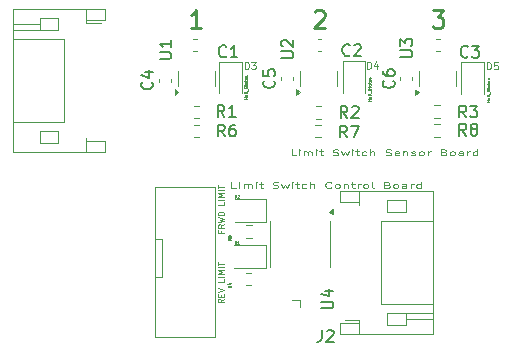
<source format=gbr>
%TF.GenerationSoftware,KiCad,Pcbnew,8.0.3*%
%TF.CreationDate,2025-09-30T21:19:19-04:00*%
%TF.ProjectId,NewHallSensorsLimitSwitches,4e657748-616c-46c5-9365-6e736f72734c,rev?*%
%TF.SameCoordinates,Original*%
%TF.FileFunction,Legend,Top*%
%TF.FilePolarity,Positive*%
%FSLAX46Y46*%
G04 Gerber Fmt 4.6, Leading zero omitted, Abs format (unit mm)*
G04 Created by KiCad (PCBNEW 8.0.3) date 2025-09-30 21:19:19*
%MOMM*%
%LPD*%
G01*
G04 APERTURE LIST*
%ADD10C,0.125000*%
%ADD11C,0.062500*%
%ADD12C,0.250000*%
%ADD13C,0.150000*%
%ADD14C,0.100000*%
%ADD15C,0.120000*%
G04 APERTURE END LIST*
D10*
X163654284Y-116324809D02*
X163273332Y-116324809D01*
X163273332Y-116324809D02*
X163273332Y-115824809D01*
X163920951Y-116324809D02*
X163920951Y-115991476D01*
X163920951Y-115824809D02*
X163882855Y-115848619D01*
X163882855Y-115848619D02*
X163920951Y-115872428D01*
X163920951Y-115872428D02*
X163959046Y-115848619D01*
X163959046Y-115848619D02*
X163920951Y-115824809D01*
X163920951Y-115824809D02*
X163920951Y-115872428D01*
X164301903Y-116324809D02*
X164301903Y-115991476D01*
X164301903Y-116039095D02*
X164339998Y-116015285D01*
X164339998Y-116015285D02*
X164416188Y-115991476D01*
X164416188Y-115991476D02*
X164530474Y-115991476D01*
X164530474Y-115991476D02*
X164606665Y-116015285D01*
X164606665Y-116015285D02*
X164644760Y-116062904D01*
X164644760Y-116062904D02*
X164644760Y-116324809D01*
X164644760Y-116062904D02*
X164682855Y-116015285D01*
X164682855Y-116015285D02*
X164759046Y-115991476D01*
X164759046Y-115991476D02*
X164873331Y-115991476D01*
X164873331Y-115991476D02*
X164949522Y-116015285D01*
X164949522Y-116015285D02*
X164987617Y-116062904D01*
X164987617Y-116062904D02*
X164987617Y-116324809D01*
X165368570Y-116324809D02*
X165368570Y-115991476D01*
X165368570Y-115824809D02*
X165330474Y-115848619D01*
X165330474Y-115848619D02*
X165368570Y-115872428D01*
X165368570Y-115872428D02*
X165406665Y-115848619D01*
X165406665Y-115848619D02*
X165368570Y-115824809D01*
X165368570Y-115824809D02*
X165368570Y-115872428D01*
X165635236Y-115991476D02*
X165939998Y-115991476D01*
X165749522Y-115824809D02*
X165749522Y-116253380D01*
X165749522Y-116253380D02*
X165787617Y-116301000D01*
X165787617Y-116301000D02*
X165863807Y-116324809D01*
X165863807Y-116324809D02*
X165939998Y-116324809D01*
X166778093Y-116301000D02*
X166892379Y-116324809D01*
X166892379Y-116324809D02*
X167082855Y-116324809D01*
X167082855Y-116324809D02*
X167159046Y-116301000D01*
X167159046Y-116301000D02*
X167197141Y-116277190D01*
X167197141Y-116277190D02*
X167235236Y-116229571D01*
X167235236Y-116229571D02*
X167235236Y-116181952D01*
X167235236Y-116181952D02*
X167197141Y-116134333D01*
X167197141Y-116134333D02*
X167159046Y-116110523D01*
X167159046Y-116110523D02*
X167082855Y-116086714D01*
X167082855Y-116086714D02*
X166930474Y-116062904D01*
X166930474Y-116062904D02*
X166854284Y-116039095D01*
X166854284Y-116039095D02*
X166816189Y-116015285D01*
X166816189Y-116015285D02*
X166778093Y-115967666D01*
X166778093Y-115967666D02*
X166778093Y-115920047D01*
X166778093Y-115920047D02*
X166816189Y-115872428D01*
X166816189Y-115872428D02*
X166854284Y-115848619D01*
X166854284Y-115848619D02*
X166930474Y-115824809D01*
X166930474Y-115824809D02*
X167120951Y-115824809D01*
X167120951Y-115824809D02*
X167235236Y-115848619D01*
X167501903Y-115991476D02*
X167654284Y-116324809D01*
X167654284Y-116324809D02*
X167806665Y-116086714D01*
X167806665Y-116086714D02*
X167959046Y-116324809D01*
X167959046Y-116324809D02*
X168111427Y-115991476D01*
X168416189Y-116324809D02*
X168416189Y-115991476D01*
X168416189Y-115824809D02*
X168378093Y-115848619D01*
X168378093Y-115848619D02*
X168416189Y-115872428D01*
X168416189Y-115872428D02*
X168454284Y-115848619D01*
X168454284Y-115848619D02*
X168416189Y-115824809D01*
X168416189Y-115824809D02*
X168416189Y-115872428D01*
X168682855Y-115991476D02*
X168987617Y-115991476D01*
X168797141Y-115824809D02*
X168797141Y-116253380D01*
X168797141Y-116253380D02*
X168835236Y-116301000D01*
X168835236Y-116301000D02*
X168911426Y-116324809D01*
X168911426Y-116324809D02*
X168987617Y-116324809D01*
X169597141Y-116301000D02*
X169520950Y-116324809D01*
X169520950Y-116324809D02*
X169368569Y-116324809D01*
X169368569Y-116324809D02*
X169292379Y-116301000D01*
X169292379Y-116301000D02*
X169254284Y-116277190D01*
X169254284Y-116277190D02*
X169216188Y-116229571D01*
X169216188Y-116229571D02*
X169216188Y-116086714D01*
X169216188Y-116086714D02*
X169254284Y-116039095D01*
X169254284Y-116039095D02*
X169292379Y-116015285D01*
X169292379Y-116015285D02*
X169368569Y-115991476D01*
X169368569Y-115991476D02*
X169520950Y-115991476D01*
X169520950Y-115991476D02*
X169597141Y-116015285D01*
X169939998Y-116324809D02*
X169939998Y-115824809D01*
X170282855Y-116324809D02*
X170282855Y-116062904D01*
X170282855Y-116062904D02*
X170244760Y-116015285D01*
X170244760Y-116015285D02*
X170168569Y-115991476D01*
X170168569Y-115991476D02*
X170054283Y-115991476D01*
X170054283Y-115991476D02*
X169978093Y-116015285D01*
X169978093Y-116015285D02*
X169939998Y-116039095D01*
X171235236Y-116301000D02*
X171349522Y-116324809D01*
X171349522Y-116324809D02*
X171539998Y-116324809D01*
X171539998Y-116324809D02*
X171616189Y-116301000D01*
X171616189Y-116301000D02*
X171654284Y-116277190D01*
X171654284Y-116277190D02*
X171692379Y-116229571D01*
X171692379Y-116229571D02*
X171692379Y-116181952D01*
X171692379Y-116181952D02*
X171654284Y-116134333D01*
X171654284Y-116134333D02*
X171616189Y-116110523D01*
X171616189Y-116110523D02*
X171539998Y-116086714D01*
X171539998Y-116086714D02*
X171387617Y-116062904D01*
X171387617Y-116062904D02*
X171311427Y-116039095D01*
X171311427Y-116039095D02*
X171273332Y-116015285D01*
X171273332Y-116015285D02*
X171235236Y-115967666D01*
X171235236Y-115967666D02*
X171235236Y-115920047D01*
X171235236Y-115920047D02*
X171273332Y-115872428D01*
X171273332Y-115872428D02*
X171311427Y-115848619D01*
X171311427Y-115848619D02*
X171387617Y-115824809D01*
X171387617Y-115824809D02*
X171578094Y-115824809D01*
X171578094Y-115824809D02*
X171692379Y-115848619D01*
X172339999Y-116301000D02*
X172263808Y-116324809D01*
X172263808Y-116324809D02*
X172111427Y-116324809D01*
X172111427Y-116324809D02*
X172035237Y-116301000D01*
X172035237Y-116301000D02*
X171997141Y-116253380D01*
X171997141Y-116253380D02*
X171997141Y-116062904D01*
X171997141Y-116062904D02*
X172035237Y-116015285D01*
X172035237Y-116015285D02*
X172111427Y-115991476D01*
X172111427Y-115991476D02*
X172263808Y-115991476D01*
X172263808Y-115991476D02*
X172339999Y-116015285D01*
X172339999Y-116015285D02*
X172378094Y-116062904D01*
X172378094Y-116062904D02*
X172378094Y-116110523D01*
X172378094Y-116110523D02*
X171997141Y-116158142D01*
X172720951Y-115991476D02*
X172720951Y-116324809D01*
X172720951Y-116039095D02*
X172759046Y-116015285D01*
X172759046Y-116015285D02*
X172835236Y-115991476D01*
X172835236Y-115991476D02*
X172949522Y-115991476D01*
X172949522Y-115991476D02*
X173025713Y-116015285D01*
X173025713Y-116015285D02*
X173063808Y-116062904D01*
X173063808Y-116062904D02*
X173063808Y-116324809D01*
X173406665Y-116301000D02*
X173482856Y-116324809D01*
X173482856Y-116324809D02*
X173635237Y-116324809D01*
X173635237Y-116324809D02*
X173711427Y-116301000D01*
X173711427Y-116301000D02*
X173749523Y-116253380D01*
X173749523Y-116253380D02*
X173749523Y-116229571D01*
X173749523Y-116229571D02*
X173711427Y-116181952D01*
X173711427Y-116181952D02*
X173635237Y-116158142D01*
X173635237Y-116158142D02*
X173520951Y-116158142D01*
X173520951Y-116158142D02*
X173444761Y-116134333D01*
X173444761Y-116134333D02*
X173406665Y-116086714D01*
X173406665Y-116086714D02*
X173406665Y-116062904D01*
X173406665Y-116062904D02*
X173444761Y-116015285D01*
X173444761Y-116015285D02*
X173520951Y-115991476D01*
X173520951Y-115991476D02*
X173635237Y-115991476D01*
X173635237Y-115991476D02*
X173711427Y-116015285D01*
X174206665Y-116324809D02*
X174130475Y-116301000D01*
X174130475Y-116301000D02*
X174092380Y-116277190D01*
X174092380Y-116277190D02*
X174054284Y-116229571D01*
X174054284Y-116229571D02*
X174054284Y-116086714D01*
X174054284Y-116086714D02*
X174092380Y-116039095D01*
X174092380Y-116039095D02*
X174130475Y-116015285D01*
X174130475Y-116015285D02*
X174206665Y-115991476D01*
X174206665Y-115991476D02*
X174320951Y-115991476D01*
X174320951Y-115991476D02*
X174397142Y-116015285D01*
X174397142Y-116015285D02*
X174435237Y-116039095D01*
X174435237Y-116039095D02*
X174473332Y-116086714D01*
X174473332Y-116086714D02*
X174473332Y-116229571D01*
X174473332Y-116229571D02*
X174435237Y-116277190D01*
X174435237Y-116277190D02*
X174397142Y-116301000D01*
X174397142Y-116301000D02*
X174320951Y-116324809D01*
X174320951Y-116324809D02*
X174206665Y-116324809D01*
X174816190Y-116324809D02*
X174816190Y-115991476D01*
X174816190Y-116086714D02*
X174854285Y-116039095D01*
X174854285Y-116039095D02*
X174892380Y-116015285D01*
X174892380Y-116015285D02*
X174968571Y-115991476D01*
X174968571Y-115991476D02*
X175044761Y-115991476D01*
X176187618Y-116062904D02*
X176301904Y-116086714D01*
X176301904Y-116086714D02*
X176339999Y-116110523D01*
X176339999Y-116110523D02*
X176378095Y-116158142D01*
X176378095Y-116158142D02*
X176378095Y-116229571D01*
X176378095Y-116229571D02*
X176339999Y-116277190D01*
X176339999Y-116277190D02*
X176301904Y-116301000D01*
X176301904Y-116301000D02*
X176225714Y-116324809D01*
X176225714Y-116324809D02*
X175920952Y-116324809D01*
X175920952Y-116324809D02*
X175920952Y-115824809D01*
X175920952Y-115824809D02*
X176187618Y-115824809D01*
X176187618Y-115824809D02*
X176263809Y-115848619D01*
X176263809Y-115848619D02*
X176301904Y-115872428D01*
X176301904Y-115872428D02*
X176339999Y-115920047D01*
X176339999Y-115920047D02*
X176339999Y-115967666D01*
X176339999Y-115967666D02*
X176301904Y-116015285D01*
X176301904Y-116015285D02*
X176263809Y-116039095D01*
X176263809Y-116039095D02*
X176187618Y-116062904D01*
X176187618Y-116062904D02*
X175920952Y-116062904D01*
X176835237Y-116324809D02*
X176759047Y-116301000D01*
X176759047Y-116301000D02*
X176720952Y-116277190D01*
X176720952Y-116277190D02*
X176682856Y-116229571D01*
X176682856Y-116229571D02*
X176682856Y-116086714D01*
X176682856Y-116086714D02*
X176720952Y-116039095D01*
X176720952Y-116039095D02*
X176759047Y-116015285D01*
X176759047Y-116015285D02*
X176835237Y-115991476D01*
X176835237Y-115991476D02*
X176949523Y-115991476D01*
X176949523Y-115991476D02*
X177025714Y-116015285D01*
X177025714Y-116015285D02*
X177063809Y-116039095D01*
X177063809Y-116039095D02*
X177101904Y-116086714D01*
X177101904Y-116086714D02*
X177101904Y-116229571D01*
X177101904Y-116229571D02*
X177063809Y-116277190D01*
X177063809Y-116277190D02*
X177025714Y-116301000D01*
X177025714Y-116301000D02*
X176949523Y-116324809D01*
X176949523Y-116324809D02*
X176835237Y-116324809D01*
X177787619Y-116324809D02*
X177787619Y-116062904D01*
X177787619Y-116062904D02*
X177749524Y-116015285D01*
X177749524Y-116015285D02*
X177673333Y-115991476D01*
X177673333Y-115991476D02*
X177520952Y-115991476D01*
X177520952Y-115991476D02*
X177444762Y-116015285D01*
X177787619Y-116301000D02*
X177711428Y-116324809D01*
X177711428Y-116324809D02*
X177520952Y-116324809D01*
X177520952Y-116324809D02*
X177444762Y-116301000D01*
X177444762Y-116301000D02*
X177406666Y-116253380D01*
X177406666Y-116253380D02*
X177406666Y-116205761D01*
X177406666Y-116205761D02*
X177444762Y-116158142D01*
X177444762Y-116158142D02*
X177520952Y-116134333D01*
X177520952Y-116134333D02*
X177711428Y-116134333D01*
X177711428Y-116134333D02*
X177787619Y-116110523D01*
X178168572Y-116324809D02*
X178168572Y-115991476D01*
X178168572Y-116086714D02*
X178206667Y-116039095D01*
X178206667Y-116039095D02*
X178244762Y-116015285D01*
X178244762Y-116015285D02*
X178320953Y-115991476D01*
X178320953Y-115991476D02*
X178397143Y-115991476D01*
X179006667Y-116324809D02*
X179006667Y-115824809D01*
X179006667Y-116301000D02*
X178930476Y-116324809D01*
X178930476Y-116324809D02*
X178778095Y-116324809D01*
X178778095Y-116324809D02*
X178701905Y-116301000D01*
X178701905Y-116301000D02*
X178663810Y-116277190D01*
X178663810Y-116277190D02*
X178625714Y-116229571D01*
X178625714Y-116229571D02*
X178625714Y-116086714D01*
X178625714Y-116086714D02*
X178663810Y-116039095D01*
X178663810Y-116039095D02*
X178701905Y-116015285D01*
X178701905Y-116015285D02*
X178778095Y-115991476D01*
X178778095Y-115991476D02*
X178930476Y-115991476D01*
X178930476Y-115991476D02*
X179006667Y-116015285D01*
X157287904Y-122736903D02*
X157287904Y-122903570D01*
X157549809Y-122903570D02*
X157049809Y-122903570D01*
X157049809Y-122903570D02*
X157049809Y-122665475D01*
X157549809Y-122189285D02*
X157311714Y-122355951D01*
X157549809Y-122474999D02*
X157049809Y-122474999D01*
X157049809Y-122474999D02*
X157049809Y-122284523D01*
X157049809Y-122284523D02*
X157073619Y-122236904D01*
X157073619Y-122236904D02*
X157097428Y-122213094D01*
X157097428Y-122213094D02*
X157145047Y-122189285D01*
X157145047Y-122189285D02*
X157216476Y-122189285D01*
X157216476Y-122189285D02*
X157264095Y-122213094D01*
X157264095Y-122213094D02*
X157287904Y-122236904D01*
X157287904Y-122236904D02*
X157311714Y-122284523D01*
X157311714Y-122284523D02*
X157311714Y-122474999D01*
X157049809Y-122022618D02*
X157549809Y-121903570D01*
X157549809Y-121903570D02*
X157192666Y-121808332D01*
X157192666Y-121808332D02*
X157549809Y-121713094D01*
X157549809Y-121713094D02*
X157049809Y-121594047D01*
X157549809Y-121403570D02*
X157049809Y-121403570D01*
X157049809Y-121403570D02*
X157049809Y-121284522D01*
X157049809Y-121284522D02*
X157073619Y-121213094D01*
X157073619Y-121213094D02*
X157121238Y-121165475D01*
X157121238Y-121165475D02*
X157168857Y-121141665D01*
X157168857Y-121141665D02*
X157264095Y-121117856D01*
X157264095Y-121117856D02*
X157335523Y-121117856D01*
X157335523Y-121117856D02*
X157430761Y-121141665D01*
X157430761Y-121141665D02*
X157478380Y-121165475D01*
X157478380Y-121165475D02*
X157526000Y-121213094D01*
X157526000Y-121213094D02*
X157549809Y-121284522D01*
X157549809Y-121284522D02*
X157549809Y-121403570D01*
X157549809Y-120284523D02*
X157549809Y-120522618D01*
X157549809Y-120522618D02*
X157049809Y-120522618D01*
X157549809Y-120117856D02*
X157049809Y-120117856D01*
X157549809Y-119879761D02*
X157049809Y-119879761D01*
X157049809Y-119879761D02*
X157406952Y-119713094D01*
X157406952Y-119713094D02*
X157049809Y-119546428D01*
X157049809Y-119546428D02*
X157549809Y-119546428D01*
X157549809Y-119308332D02*
X157049809Y-119308332D01*
X157049809Y-119141665D02*
X157049809Y-118855951D01*
X157549809Y-118998808D02*
X157049809Y-118998808D01*
D11*
X159522404Y-111579998D02*
X159272404Y-111579998D01*
X159391452Y-111579998D02*
X159391452Y-111437141D01*
X159522404Y-111437141D02*
X159272404Y-111437141D01*
X159522404Y-111210950D02*
X159391452Y-111210950D01*
X159391452Y-111210950D02*
X159367642Y-111222855D01*
X159367642Y-111222855D02*
X159355738Y-111246664D01*
X159355738Y-111246664D02*
X159355738Y-111294283D01*
X159355738Y-111294283D02*
X159367642Y-111318093D01*
X159510500Y-111210950D02*
X159522404Y-111234759D01*
X159522404Y-111234759D02*
X159522404Y-111294283D01*
X159522404Y-111294283D02*
X159510500Y-111318093D01*
X159510500Y-111318093D02*
X159486690Y-111329997D01*
X159486690Y-111329997D02*
X159462880Y-111329997D01*
X159462880Y-111329997D02*
X159439071Y-111318093D01*
X159439071Y-111318093D02*
X159427166Y-111294283D01*
X159427166Y-111294283D02*
X159427166Y-111234759D01*
X159427166Y-111234759D02*
X159415261Y-111210950D01*
X159522404Y-111056188D02*
X159510500Y-111079998D01*
X159510500Y-111079998D02*
X159486690Y-111091903D01*
X159486690Y-111091903D02*
X159272404Y-111091903D01*
X159522404Y-110925236D02*
X159510500Y-110949046D01*
X159510500Y-110949046D02*
X159486690Y-110960951D01*
X159486690Y-110960951D02*
X159272404Y-110960951D01*
X159546214Y-110889523D02*
X159546214Y-110699046D01*
X159510500Y-110651427D02*
X159522404Y-110615713D01*
X159522404Y-110615713D02*
X159522404Y-110556189D01*
X159522404Y-110556189D02*
X159510500Y-110532380D01*
X159510500Y-110532380D02*
X159498595Y-110520475D01*
X159498595Y-110520475D02*
X159474785Y-110508570D01*
X159474785Y-110508570D02*
X159450976Y-110508570D01*
X159450976Y-110508570D02*
X159427166Y-110520475D01*
X159427166Y-110520475D02*
X159415261Y-110532380D01*
X159415261Y-110532380D02*
X159403357Y-110556189D01*
X159403357Y-110556189D02*
X159391452Y-110603808D01*
X159391452Y-110603808D02*
X159379547Y-110627618D01*
X159379547Y-110627618D02*
X159367642Y-110639523D01*
X159367642Y-110639523D02*
X159343833Y-110651427D01*
X159343833Y-110651427D02*
X159320023Y-110651427D01*
X159320023Y-110651427D02*
X159296214Y-110639523D01*
X159296214Y-110639523D02*
X159284309Y-110627618D01*
X159284309Y-110627618D02*
X159272404Y-110603808D01*
X159272404Y-110603808D02*
X159272404Y-110544285D01*
X159272404Y-110544285D02*
X159284309Y-110508570D01*
X159355738Y-110437142D02*
X159355738Y-110341904D01*
X159272404Y-110401428D02*
X159486690Y-110401428D01*
X159486690Y-110401428D02*
X159510500Y-110389523D01*
X159510500Y-110389523D02*
X159522404Y-110365713D01*
X159522404Y-110365713D02*
X159522404Y-110341904D01*
X159522404Y-110151428D02*
X159391452Y-110151428D01*
X159391452Y-110151428D02*
X159367642Y-110163333D01*
X159367642Y-110163333D02*
X159355738Y-110187142D01*
X159355738Y-110187142D02*
X159355738Y-110234761D01*
X159355738Y-110234761D02*
X159367642Y-110258571D01*
X159510500Y-110151428D02*
X159522404Y-110175237D01*
X159522404Y-110175237D02*
X159522404Y-110234761D01*
X159522404Y-110234761D02*
X159510500Y-110258571D01*
X159510500Y-110258571D02*
X159486690Y-110270475D01*
X159486690Y-110270475D02*
X159462880Y-110270475D01*
X159462880Y-110270475D02*
X159439071Y-110258571D01*
X159439071Y-110258571D02*
X159427166Y-110234761D01*
X159427166Y-110234761D02*
X159427166Y-110175237D01*
X159427166Y-110175237D02*
X159415261Y-110151428D01*
X159355738Y-110068095D02*
X159355738Y-109972857D01*
X159272404Y-110032381D02*
X159486690Y-110032381D01*
X159486690Y-110032381D02*
X159510500Y-110020476D01*
X159510500Y-110020476D02*
X159522404Y-109996666D01*
X159522404Y-109996666D02*
X159522404Y-109972857D01*
X159355738Y-109782381D02*
X159522404Y-109782381D01*
X159355738Y-109889524D02*
X159486690Y-109889524D01*
X159486690Y-109889524D02*
X159510500Y-109877619D01*
X159510500Y-109877619D02*
X159522404Y-109853809D01*
X159522404Y-109853809D02*
X159522404Y-109818095D01*
X159522404Y-109818095D02*
X159510500Y-109794286D01*
X159510500Y-109794286D02*
X159498595Y-109782381D01*
X159510500Y-109675238D02*
X159522404Y-109651429D01*
X159522404Y-109651429D02*
X159522404Y-109603810D01*
X159522404Y-109603810D02*
X159510500Y-109580000D01*
X159510500Y-109580000D02*
X159486690Y-109568096D01*
X159486690Y-109568096D02*
X159474785Y-109568096D01*
X159474785Y-109568096D02*
X159450976Y-109580000D01*
X159450976Y-109580000D02*
X159439071Y-109603810D01*
X159439071Y-109603810D02*
X159439071Y-109639524D01*
X159439071Y-109639524D02*
X159427166Y-109663334D01*
X159427166Y-109663334D02*
X159403357Y-109675238D01*
X159403357Y-109675238D02*
X159391452Y-109675238D01*
X159391452Y-109675238D02*
X159367642Y-109663334D01*
X159367642Y-109663334D02*
X159355738Y-109639524D01*
X159355738Y-109639524D02*
X159355738Y-109603810D01*
X159355738Y-109603810D02*
X159367642Y-109580000D01*
D12*
X175210000Y-104070928D02*
X176138572Y-104070928D01*
X176138572Y-104070928D02*
X175638572Y-104642357D01*
X175638572Y-104642357D02*
X175852857Y-104642357D01*
X175852857Y-104642357D02*
X175995715Y-104713785D01*
X175995715Y-104713785D02*
X176067143Y-104785214D01*
X176067143Y-104785214D02*
X176138572Y-104928071D01*
X176138572Y-104928071D02*
X176138572Y-105285214D01*
X176138572Y-105285214D02*
X176067143Y-105428071D01*
X176067143Y-105428071D02*
X175995715Y-105499500D01*
X175995715Y-105499500D02*
X175852857Y-105570928D01*
X175852857Y-105570928D02*
X175424286Y-105570928D01*
X175424286Y-105570928D02*
X175281429Y-105499500D01*
X175281429Y-105499500D02*
X175210000Y-105428071D01*
X155608572Y-105550928D02*
X154751429Y-105550928D01*
X155180000Y-105550928D02*
X155180000Y-104050928D01*
X155180000Y-104050928D02*
X155037143Y-104265214D01*
X155037143Y-104265214D02*
X154894286Y-104408071D01*
X154894286Y-104408071D02*
X154751429Y-104479500D01*
X165221429Y-104203785D02*
X165292857Y-104132357D01*
X165292857Y-104132357D02*
X165435715Y-104060928D01*
X165435715Y-104060928D02*
X165792857Y-104060928D01*
X165792857Y-104060928D02*
X165935715Y-104132357D01*
X165935715Y-104132357D02*
X166007143Y-104203785D01*
X166007143Y-104203785D02*
X166078572Y-104346642D01*
X166078572Y-104346642D02*
X166078572Y-104489500D01*
X166078572Y-104489500D02*
X166007143Y-104703785D01*
X166007143Y-104703785D02*
X165150000Y-105560928D01*
X165150000Y-105560928D02*
X166078572Y-105560928D01*
D10*
X158560653Y-119101059D02*
X158179701Y-119101059D01*
X158179701Y-119101059D02*
X158179701Y-118601059D01*
X158827320Y-119101059D02*
X158827320Y-118767726D01*
X158827320Y-118601059D02*
X158789224Y-118624869D01*
X158789224Y-118624869D02*
X158827320Y-118648678D01*
X158827320Y-118648678D02*
X158865415Y-118624869D01*
X158865415Y-118624869D02*
X158827320Y-118601059D01*
X158827320Y-118601059D02*
X158827320Y-118648678D01*
X159208272Y-119101059D02*
X159208272Y-118767726D01*
X159208272Y-118815345D02*
X159246367Y-118791535D01*
X159246367Y-118791535D02*
X159322557Y-118767726D01*
X159322557Y-118767726D02*
X159436843Y-118767726D01*
X159436843Y-118767726D02*
X159513034Y-118791535D01*
X159513034Y-118791535D02*
X159551129Y-118839154D01*
X159551129Y-118839154D02*
X159551129Y-119101059D01*
X159551129Y-118839154D02*
X159589224Y-118791535D01*
X159589224Y-118791535D02*
X159665415Y-118767726D01*
X159665415Y-118767726D02*
X159779700Y-118767726D01*
X159779700Y-118767726D02*
X159855891Y-118791535D01*
X159855891Y-118791535D02*
X159893986Y-118839154D01*
X159893986Y-118839154D02*
X159893986Y-119101059D01*
X160274939Y-119101059D02*
X160274939Y-118767726D01*
X160274939Y-118601059D02*
X160236843Y-118624869D01*
X160236843Y-118624869D02*
X160274939Y-118648678D01*
X160274939Y-118648678D02*
X160313034Y-118624869D01*
X160313034Y-118624869D02*
X160274939Y-118601059D01*
X160274939Y-118601059D02*
X160274939Y-118648678D01*
X160541605Y-118767726D02*
X160846367Y-118767726D01*
X160655891Y-118601059D02*
X160655891Y-119029630D01*
X160655891Y-119029630D02*
X160693986Y-119077250D01*
X160693986Y-119077250D02*
X160770176Y-119101059D01*
X160770176Y-119101059D02*
X160846367Y-119101059D01*
X161684462Y-119077250D02*
X161798748Y-119101059D01*
X161798748Y-119101059D02*
X161989224Y-119101059D01*
X161989224Y-119101059D02*
X162065415Y-119077250D01*
X162065415Y-119077250D02*
X162103510Y-119053440D01*
X162103510Y-119053440D02*
X162141605Y-119005821D01*
X162141605Y-119005821D02*
X162141605Y-118958202D01*
X162141605Y-118958202D02*
X162103510Y-118910583D01*
X162103510Y-118910583D02*
X162065415Y-118886773D01*
X162065415Y-118886773D02*
X161989224Y-118862964D01*
X161989224Y-118862964D02*
X161836843Y-118839154D01*
X161836843Y-118839154D02*
X161760653Y-118815345D01*
X161760653Y-118815345D02*
X161722558Y-118791535D01*
X161722558Y-118791535D02*
X161684462Y-118743916D01*
X161684462Y-118743916D02*
X161684462Y-118696297D01*
X161684462Y-118696297D02*
X161722558Y-118648678D01*
X161722558Y-118648678D02*
X161760653Y-118624869D01*
X161760653Y-118624869D02*
X161836843Y-118601059D01*
X161836843Y-118601059D02*
X162027320Y-118601059D01*
X162027320Y-118601059D02*
X162141605Y-118624869D01*
X162408272Y-118767726D02*
X162560653Y-119101059D01*
X162560653Y-119101059D02*
X162713034Y-118862964D01*
X162713034Y-118862964D02*
X162865415Y-119101059D01*
X162865415Y-119101059D02*
X163017796Y-118767726D01*
X163322558Y-119101059D02*
X163322558Y-118767726D01*
X163322558Y-118601059D02*
X163284462Y-118624869D01*
X163284462Y-118624869D02*
X163322558Y-118648678D01*
X163322558Y-118648678D02*
X163360653Y-118624869D01*
X163360653Y-118624869D02*
X163322558Y-118601059D01*
X163322558Y-118601059D02*
X163322558Y-118648678D01*
X163589224Y-118767726D02*
X163893986Y-118767726D01*
X163703510Y-118601059D02*
X163703510Y-119029630D01*
X163703510Y-119029630D02*
X163741605Y-119077250D01*
X163741605Y-119077250D02*
X163817795Y-119101059D01*
X163817795Y-119101059D02*
X163893986Y-119101059D01*
X164503510Y-119077250D02*
X164427319Y-119101059D01*
X164427319Y-119101059D02*
X164274938Y-119101059D01*
X164274938Y-119101059D02*
X164198748Y-119077250D01*
X164198748Y-119077250D02*
X164160653Y-119053440D01*
X164160653Y-119053440D02*
X164122557Y-119005821D01*
X164122557Y-119005821D02*
X164122557Y-118862964D01*
X164122557Y-118862964D02*
X164160653Y-118815345D01*
X164160653Y-118815345D02*
X164198748Y-118791535D01*
X164198748Y-118791535D02*
X164274938Y-118767726D01*
X164274938Y-118767726D02*
X164427319Y-118767726D01*
X164427319Y-118767726D02*
X164503510Y-118791535D01*
X164846367Y-119101059D02*
X164846367Y-118601059D01*
X165189224Y-119101059D02*
X165189224Y-118839154D01*
X165189224Y-118839154D02*
X165151129Y-118791535D01*
X165151129Y-118791535D02*
X165074938Y-118767726D01*
X165074938Y-118767726D02*
X164960652Y-118767726D01*
X164960652Y-118767726D02*
X164884462Y-118791535D01*
X164884462Y-118791535D02*
X164846367Y-118815345D01*
X166636844Y-119053440D02*
X166598748Y-119077250D01*
X166598748Y-119077250D02*
X166484463Y-119101059D01*
X166484463Y-119101059D02*
X166408272Y-119101059D01*
X166408272Y-119101059D02*
X166293986Y-119077250D01*
X166293986Y-119077250D02*
X166217796Y-119029630D01*
X166217796Y-119029630D02*
X166179701Y-118982011D01*
X166179701Y-118982011D02*
X166141605Y-118886773D01*
X166141605Y-118886773D02*
X166141605Y-118815345D01*
X166141605Y-118815345D02*
X166179701Y-118720107D01*
X166179701Y-118720107D02*
X166217796Y-118672488D01*
X166217796Y-118672488D02*
X166293986Y-118624869D01*
X166293986Y-118624869D02*
X166408272Y-118601059D01*
X166408272Y-118601059D02*
X166484463Y-118601059D01*
X166484463Y-118601059D02*
X166598748Y-118624869D01*
X166598748Y-118624869D02*
X166636844Y-118648678D01*
X167093986Y-119101059D02*
X167017796Y-119077250D01*
X167017796Y-119077250D02*
X166979701Y-119053440D01*
X166979701Y-119053440D02*
X166941605Y-119005821D01*
X166941605Y-119005821D02*
X166941605Y-118862964D01*
X166941605Y-118862964D02*
X166979701Y-118815345D01*
X166979701Y-118815345D02*
X167017796Y-118791535D01*
X167017796Y-118791535D02*
X167093986Y-118767726D01*
X167093986Y-118767726D02*
X167208272Y-118767726D01*
X167208272Y-118767726D02*
X167284463Y-118791535D01*
X167284463Y-118791535D02*
X167322558Y-118815345D01*
X167322558Y-118815345D02*
X167360653Y-118862964D01*
X167360653Y-118862964D02*
X167360653Y-119005821D01*
X167360653Y-119005821D02*
X167322558Y-119053440D01*
X167322558Y-119053440D02*
X167284463Y-119077250D01*
X167284463Y-119077250D02*
X167208272Y-119101059D01*
X167208272Y-119101059D02*
X167093986Y-119101059D01*
X167703511Y-118767726D02*
X167703511Y-119101059D01*
X167703511Y-118815345D02*
X167741606Y-118791535D01*
X167741606Y-118791535D02*
X167817796Y-118767726D01*
X167817796Y-118767726D02*
X167932082Y-118767726D01*
X167932082Y-118767726D02*
X168008273Y-118791535D01*
X168008273Y-118791535D02*
X168046368Y-118839154D01*
X168046368Y-118839154D02*
X168046368Y-119101059D01*
X168313035Y-118767726D02*
X168617797Y-118767726D01*
X168427321Y-118601059D02*
X168427321Y-119029630D01*
X168427321Y-119029630D02*
X168465416Y-119077250D01*
X168465416Y-119077250D02*
X168541606Y-119101059D01*
X168541606Y-119101059D02*
X168617797Y-119101059D01*
X168884464Y-119101059D02*
X168884464Y-118767726D01*
X168884464Y-118862964D02*
X168922559Y-118815345D01*
X168922559Y-118815345D02*
X168960654Y-118791535D01*
X168960654Y-118791535D02*
X169036845Y-118767726D01*
X169036845Y-118767726D02*
X169113035Y-118767726D01*
X169493987Y-119101059D02*
X169417797Y-119077250D01*
X169417797Y-119077250D02*
X169379702Y-119053440D01*
X169379702Y-119053440D02*
X169341606Y-119005821D01*
X169341606Y-119005821D02*
X169341606Y-118862964D01*
X169341606Y-118862964D02*
X169379702Y-118815345D01*
X169379702Y-118815345D02*
X169417797Y-118791535D01*
X169417797Y-118791535D02*
X169493987Y-118767726D01*
X169493987Y-118767726D02*
X169608273Y-118767726D01*
X169608273Y-118767726D02*
X169684464Y-118791535D01*
X169684464Y-118791535D02*
X169722559Y-118815345D01*
X169722559Y-118815345D02*
X169760654Y-118862964D01*
X169760654Y-118862964D02*
X169760654Y-119005821D01*
X169760654Y-119005821D02*
X169722559Y-119053440D01*
X169722559Y-119053440D02*
X169684464Y-119077250D01*
X169684464Y-119077250D02*
X169608273Y-119101059D01*
X169608273Y-119101059D02*
X169493987Y-119101059D01*
X170217797Y-119101059D02*
X170141607Y-119077250D01*
X170141607Y-119077250D02*
X170103512Y-119029630D01*
X170103512Y-119029630D02*
X170103512Y-118601059D01*
X171398750Y-118839154D02*
X171513036Y-118862964D01*
X171513036Y-118862964D02*
X171551131Y-118886773D01*
X171551131Y-118886773D02*
X171589227Y-118934392D01*
X171589227Y-118934392D02*
X171589227Y-119005821D01*
X171589227Y-119005821D02*
X171551131Y-119053440D01*
X171551131Y-119053440D02*
X171513036Y-119077250D01*
X171513036Y-119077250D02*
X171436846Y-119101059D01*
X171436846Y-119101059D02*
X171132084Y-119101059D01*
X171132084Y-119101059D02*
X171132084Y-118601059D01*
X171132084Y-118601059D02*
X171398750Y-118601059D01*
X171398750Y-118601059D02*
X171474941Y-118624869D01*
X171474941Y-118624869D02*
X171513036Y-118648678D01*
X171513036Y-118648678D02*
X171551131Y-118696297D01*
X171551131Y-118696297D02*
X171551131Y-118743916D01*
X171551131Y-118743916D02*
X171513036Y-118791535D01*
X171513036Y-118791535D02*
X171474941Y-118815345D01*
X171474941Y-118815345D02*
X171398750Y-118839154D01*
X171398750Y-118839154D02*
X171132084Y-118839154D01*
X172046369Y-119101059D02*
X171970179Y-119077250D01*
X171970179Y-119077250D02*
X171932084Y-119053440D01*
X171932084Y-119053440D02*
X171893988Y-119005821D01*
X171893988Y-119005821D02*
X171893988Y-118862964D01*
X171893988Y-118862964D02*
X171932084Y-118815345D01*
X171932084Y-118815345D02*
X171970179Y-118791535D01*
X171970179Y-118791535D02*
X172046369Y-118767726D01*
X172046369Y-118767726D02*
X172160655Y-118767726D01*
X172160655Y-118767726D02*
X172236846Y-118791535D01*
X172236846Y-118791535D02*
X172274941Y-118815345D01*
X172274941Y-118815345D02*
X172313036Y-118862964D01*
X172313036Y-118862964D02*
X172313036Y-119005821D01*
X172313036Y-119005821D02*
X172274941Y-119053440D01*
X172274941Y-119053440D02*
X172236846Y-119077250D01*
X172236846Y-119077250D02*
X172160655Y-119101059D01*
X172160655Y-119101059D02*
X172046369Y-119101059D01*
X172998751Y-119101059D02*
X172998751Y-118839154D01*
X172998751Y-118839154D02*
X172960656Y-118791535D01*
X172960656Y-118791535D02*
X172884465Y-118767726D01*
X172884465Y-118767726D02*
X172732084Y-118767726D01*
X172732084Y-118767726D02*
X172655894Y-118791535D01*
X172998751Y-119077250D02*
X172922560Y-119101059D01*
X172922560Y-119101059D02*
X172732084Y-119101059D01*
X172732084Y-119101059D02*
X172655894Y-119077250D01*
X172655894Y-119077250D02*
X172617798Y-119029630D01*
X172617798Y-119029630D02*
X172617798Y-118982011D01*
X172617798Y-118982011D02*
X172655894Y-118934392D01*
X172655894Y-118934392D02*
X172732084Y-118910583D01*
X172732084Y-118910583D02*
X172922560Y-118910583D01*
X172922560Y-118910583D02*
X172998751Y-118886773D01*
X173379704Y-119101059D02*
X173379704Y-118767726D01*
X173379704Y-118862964D02*
X173417799Y-118815345D01*
X173417799Y-118815345D02*
X173455894Y-118791535D01*
X173455894Y-118791535D02*
X173532085Y-118767726D01*
X173532085Y-118767726D02*
X173608275Y-118767726D01*
X174217799Y-119101059D02*
X174217799Y-118601059D01*
X174217799Y-119077250D02*
X174141608Y-119101059D01*
X174141608Y-119101059D02*
X173989227Y-119101059D01*
X173989227Y-119101059D02*
X173913037Y-119077250D01*
X173913037Y-119077250D02*
X173874942Y-119053440D01*
X173874942Y-119053440D02*
X173836846Y-119005821D01*
X173836846Y-119005821D02*
X173836846Y-118862964D01*
X173836846Y-118862964D02*
X173874942Y-118815345D01*
X173874942Y-118815345D02*
X173913037Y-118791535D01*
X173913037Y-118791535D02*
X173989227Y-118767726D01*
X173989227Y-118767726D02*
X174141608Y-118767726D01*
X174141608Y-118767726D02*
X174217799Y-118791535D01*
D11*
X169962404Y-111749998D02*
X169712404Y-111749998D01*
X169831452Y-111749998D02*
X169831452Y-111607141D01*
X169962404Y-111607141D02*
X169712404Y-111607141D01*
X169962404Y-111380950D02*
X169831452Y-111380950D01*
X169831452Y-111380950D02*
X169807642Y-111392855D01*
X169807642Y-111392855D02*
X169795738Y-111416664D01*
X169795738Y-111416664D02*
X169795738Y-111464283D01*
X169795738Y-111464283D02*
X169807642Y-111488093D01*
X169950500Y-111380950D02*
X169962404Y-111404759D01*
X169962404Y-111404759D02*
X169962404Y-111464283D01*
X169962404Y-111464283D02*
X169950500Y-111488093D01*
X169950500Y-111488093D02*
X169926690Y-111499997D01*
X169926690Y-111499997D02*
X169902880Y-111499997D01*
X169902880Y-111499997D02*
X169879071Y-111488093D01*
X169879071Y-111488093D02*
X169867166Y-111464283D01*
X169867166Y-111464283D02*
X169867166Y-111404759D01*
X169867166Y-111404759D02*
X169855261Y-111380950D01*
X169962404Y-111226188D02*
X169950500Y-111249998D01*
X169950500Y-111249998D02*
X169926690Y-111261903D01*
X169926690Y-111261903D02*
X169712404Y-111261903D01*
X169962404Y-111095236D02*
X169950500Y-111119046D01*
X169950500Y-111119046D02*
X169926690Y-111130951D01*
X169926690Y-111130951D02*
X169712404Y-111130951D01*
X169986214Y-111059523D02*
X169986214Y-110869046D01*
X169950500Y-110821427D02*
X169962404Y-110785713D01*
X169962404Y-110785713D02*
X169962404Y-110726189D01*
X169962404Y-110726189D02*
X169950500Y-110702380D01*
X169950500Y-110702380D02*
X169938595Y-110690475D01*
X169938595Y-110690475D02*
X169914785Y-110678570D01*
X169914785Y-110678570D02*
X169890976Y-110678570D01*
X169890976Y-110678570D02*
X169867166Y-110690475D01*
X169867166Y-110690475D02*
X169855261Y-110702380D01*
X169855261Y-110702380D02*
X169843357Y-110726189D01*
X169843357Y-110726189D02*
X169831452Y-110773808D01*
X169831452Y-110773808D02*
X169819547Y-110797618D01*
X169819547Y-110797618D02*
X169807642Y-110809523D01*
X169807642Y-110809523D02*
X169783833Y-110821427D01*
X169783833Y-110821427D02*
X169760023Y-110821427D01*
X169760023Y-110821427D02*
X169736214Y-110809523D01*
X169736214Y-110809523D02*
X169724309Y-110797618D01*
X169724309Y-110797618D02*
X169712404Y-110773808D01*
X169712404Y-110773808D02*
X169712404Y-110714285D01*
X169712404Y-110714285D02*
X169724309Y-110678570D01*
X169795738Y-110607142D02*
X169795738Y-110511904D01*
X169712404Y-110571428D02*
X169926690Y-110571428D01*
X169926690Y-110571428D02*
X169950500Y-110559523D01*
X169950500Y-110559523D02*
X169962404Y-110535713D01*
X169962404Y-110535713D02*
X169962404Y-110511904D01*
X169962404Y-110321428D02*
X169831452Y-110321428D01*
X169831452Y-110321428D02*
X169807642Y-110333333D01*
X169807642Y-110333333D02*
X169795738Y-110357142D01*
X169795738Y-110357142D02*
X169795738Y-110404761D01*
X169795738Y-110404761D02*
X169807642Y-110428571D01*
X169950500Y-110321428D02*
X169962404Y-110345237D01*
X169962404Y-110345237D02*
X169962404Y-110404761D01*
X169962404Y-110404761D02*
X169950500Y-110428571D01*
X169950500Y-110428571D02*
X169926690Y-110440475D01*
X169926690Y-110440475D02*
X169902880Y-110440475D01*
X169902880Y-110440475D02*
X169879071Y-110428571D01*
X169879071Y-110428571D02*
X169867166Y-110404761D01*
X169867166Y-110404761D02*
X169867166Y-110345237D01*
X169867166Y-110345237D02*
X169855261Y-110321428D01*
X169795738Y-110238095D02*
X169795738Y-110142857D01*
X169712404Y-110202381D02*
X169926690Y-110202381D01*
X169926690Y-110202381D02*
X169950500Y-110190476D01*
X169950500Y-110190476D02*
X169962404Y-110166666D01*
X169962404Y-110166666D02*
X169962404Y-110142857D01*
X169795738Y-109952381D02*
X169962404Y-109952381D01*
X169795738Y-110059524D02*
X169926690Y-110059524D01*
X169926690Y-110059524D02*
X169950500Y-110047619D01*
X169950500Y-110047619D02*
X169962404Y-110023809D01*
X169962404Y-110023809D02*
X169962404Y-109988095D01*
X169962404Y-109988095D02*
X169950500Y-109964286D01*
X169950500Y-109964286D02*
X169938595Y-109952381D01*
X169950500Y-109845238D02*
X169962404Y-109821429D01*
X169962404Y-109821429D02*
X169962404Y-109773810D01*
X169962404Y-109773810D02*
X169950500Y-109750000D01*
X169950500Y-109750000D02*
X169926690Y-109738096D01*
X169926690Y-109738096D02*
X169914785Y-109738096D01*
X169914785Y-109738096D02*
X169890976Y-109750000D01*
X169890976Y-109750000D02*
X169879071Y-109773810D01*
X169879071Y-109773810D02*
X169879071Y-109809524D01*
X169879071Y-109809524D02*
X169867166Y-109833334D01*
X169867166Y-109833334D02*
X169843357Y-109845238D01*
X169843357Y-109845238D02*
X169831452Y-109845238D01*
X169831452Y-109845238D02*
X169807642Y-109833334D01*
X169807642Y-109833334D02*
X169795738Y-109809524D01*
X169795738Y-109809524D02*
X169795738Y-109773810D01*
X169795738Y-109773810D02*
X169807642Y-109750000D01*
X180032404Y-111819998D02*
X179782404Y-111819998D01*
X179901452Y-111819998D02*
X179901452Y-111677141D01*
X180032404Y-111677141D02*
X179782404Y-111677141D01*
X180032404Y-111450950D02*
X179901452Y-111450950D01*
X179901452Y-111450950D02*
X179877642Y-111462855D01*
X179877642Y-111462855D02*
X179865738Y-111486664D01*
X179865738Y-111486664D02*
X179865738Y-111534283D01*
X179865738Y-111534283D02*
X179877642Y-111558093D01*
X180020500Y-111450950D02*
X180032404Y-111474759D01*
X180032404Y-111474759D02*
X180032404Y-111534283D01*
X180032404Y-111534283D02*
X180020500Y-111558093D01*
X180020500Y-111558093D02*
X179996690Y-111569997D01*
X179996690Y-111569997D02*
X179972880Y-111569997D01*
X179972880Y-111569997D02*
X179949071Y-111558093D01*
X179949071Y-111558093D02*
X179937166Y-111534283D01*
X179937166Y-111534283D02*
X179937166Y-111474759D01*
X179937166Y-111474759D02*
X179925261Y-111450950D01*
X180032404Y-111296188D02*
X180020500Y-111319998D01*
X180020500Y-111319998D02*
X179996690Y-111331903D01*
X179996690Y-111331903D02*
X179782404Y-111331903D01*
X180032404Y-111165236D02*
X180020500Y-111189046D01*
X180020500Y-111189046D02*
X179996690Y-111200951D01*
X179996690Y-111200951D02*
X179782404Y-111200951D01*
X180056214Y-111129523D02*
X180056214Y-110939046D01*
X180020500Y-110891427D02*
X180032404Y-110855713D01*
X180032404Y-110855713D02*
X180032404Y-110796189D01*
X180032404Y-110796189D02*
X180020500Y-110772380D01*
X180020500Y-110772380D02*
X180008595Y-110760475D01*
X180008595Y-110760475D02*
X179984785Y-110748570D01*
X179984785Y-110748570D02*
X179960976Y-110748570D01*
X179960976Y-110748570D02*
X179937166Y-110760475D01*
X179937166Y-110760475D02*
X179925261Y-110772380D01*
X179925261Y-110772380D02*
X179913357Y-110796189D01*
X179913357Y-110796189D02*
X179901452Y-110843808D01*
X179901452Y-110843808D02*
X179889547Y-110867618D01*
X179889547Y-110867618D02*
X179877642Y-110879523D01*
X179877642Y-110879523D02*
X179853833Y-110891427D01*
X179853833Y-110891427D02*
X179830023Y-110891427D01*
X179830023Y-110891427D02*
X179806214Y-110879523D01*
X179806214Y-110879523D02*
X179794309Y-110867618D01*
X179794309Y-110867618D02*
X179782404Y-110843808D01*
X179782404Y-110843808D02*
X179782404Y-110784285D01*
X179782404Y-110784285D02*
X179794309Y-110748570D01*
X179865738Y-110677142D02*
X179865738Y-110581904D01*
X179782404Y-110641428D02*
X179996690Y-110641428D01*
X179996690Y-110641428D02*
X180020500Y-110629523D01*
X180020500Y-110629523D02*
X180032404Y-110605713D01*
X180032404Y-110605713D02*
X180032404Y-110581904D01*
X180032404Y-110391428D02*
X179901452Y-110391428D01*
X179901452Y-110391428D02*
X179877642Y-110403333D01*
X179877642Y-110403333D02*
X179865738Y-110427142D01*
X179865738Y-110427142D02*
X179865738Y-110474761D01*
X179865738Y-110474761D02*
X179877642Y-110498571D01*
X180020500Y-110391428D02*
X180032404Y-110415237D01*
X180032404Y-110415237D02*
X180032404Y-110474761D01*
X180032404Y-110474761D02*
X180020500Y-110498571D01*
X180020500Y-110498571D02*
X179996690Y-110510475D01*
X179996690Y-110510475D02*
X179972880Y-110510475D01*
X179972880Y-110510475D02*
X179949071Y-110498571D01*
X179949071Y-110498571D02*
X179937166Y-110474761D01*
X179937166Y-110474761D02*
X179937166Y-110415237D01*
X179937166Y-110415237D02*
X179925261Y-110391428D01*
X179865738Y-110308095D02*
X179865738Y-110212857D01*
X179782404Y-110272381D02*
X179996690Y-110272381D01*
X179996690Y-110272381D02*
X180020500Y-110260476D01*
X180020500Y-110260476D02*
X180032404Y-110236666D01*
X180032404Y-110236666D02*
X180032404Y-110212857D01*
X179865738Y-110022381D02*
X180032404Y-110022381D01*
X179865738Y-110129524D02*
X179996690Y-110129524D01*
X179996690Y-110129524D02*
X180020500Y-110117619D01*
X180020500Y-110117619D02*
X180032404Y-110093809D01*
X180032404Y-110093809D02*
X180032404Y-110058095D01*
X180032404Y-110058095D02*
X180020500Y-110034286D01*
X180020500Y-110034286D02*
X180008595Y-110022381D01*
X180020500Y-109915238D02*
X180032404Y-109891429D01*
X180032404Y-109891429D02*
X180032404Y-109843810D01*
X180032404Y-109843810D02*
X180020500Y-109820000D01*
X180020500Y-109820000D02*
X179996690Y-109808096D01*
X179996690Y-109808096D02*
X179984785Y-109808096D01*
X179984785Y-109808096D02*
X179960976Y-109820000D01*
X179960976Y-109820000D02*
X179949071Y-109843810D01*
X179949071Y-109843810D02*
X179949071Y-109879524D01*
X179949071Y-109879524D02*
X179937166Y-109903334D01*
X179937166Y-109903334D02*
X179913357Y-109915238D01*
X179913357Y-109915238D02*
X179901452Y-109915238D01*
X179901452Y-109915238D02*
X179877642Y-109903334D01*
X179877642Y-109903334D02*
X179865738Y-109879524D01*
X179865738Y-109879524D02*
X179865738Y-109843810D01*
X179865738Y-109843810D02*
X179877642Y-109820000D01*
D10*
X157529809Y-128507856D02*
X157291714Y-128674522D01*
X157529809Y-128793570D02*
X157029809Y-128793570D01*
X157029809Y-128793570D02*
X157029809Y-128603094D01*
X157029809Y-128603094D02*
X157053619Y-128555475D01*
X157053619Y-128555475D02*
X157077428Y-128531665D01*
X157077428Y-128531665D02*
X157125047Y-128507856D01*
X157125047Y-128507856D02*
X157196476Y-128507856D01*
X157196476Y-128507856D02*
X157244095Y-128531665D01*
X157244095Y-128531665D02*
X157267904Y-128555475D01*
X157267904Y-128555475D02*
X157291714Y-128603094D01*
X157291714Y-128603094D02*
X157291714Y-128793570D01*
X157267904Y-128293570D02*
X157267904Y-128126903D01*
X157529809Y-128055475D02*
X157529809Y-128293570D01*
X157529809Y-128293570D02*
X157029809Y-128293570D01*
X157029809Y-128293570D02*
X157029809Y-128055475D01*
X157029809Y-127912617D02*
X157529809Y-127745951D01*
X157529809Y-127745951D02*
X157029809Y-127579284D01*
X157529809Y-126793571D02*
X157529809Y-127031666D01*
X157529809Y-127031666D02*
X157029809Y-127031666D01*
X157529809Y-126626904D02*
X157029809Y-126626904D01*
X157529809Y-126388809D02*
X157029809Y-126388809D01*
X157029809Y-126388809D02*
X157386952Y-126222142D01*
X157386952Y-126222142D02*
X157029809Y-126055476D01*
X157029809Y-126055476D02*
X157529809Y-126055476D01*
X157529809Y-125817380D02*
X157029809Y-125817380D01*
X157029809Y-125650713D02*
X157029809Y-125364999D01*
X157529809Y-125507856D02*
X157029809Y-125507856D01*
D13*
X172494819Y-108031904D02*
X173304342Y-108031904D01*
X173304342Y-108031904D02*
X173399580Y-107984285D01*
X173399580Y-107984285D02*
X173447200Y-107936666D01*
X173447200Y-107936666D02*
X173494819Y-107841428D01*
X173494819Y-107841428D02*
X173494819Y-107650952D01*
X173494819Y-107650952D02*
X173447200Y-107555714D01*
X173447200Y-107555714D02*
X173399580Y-107508095D01*
X173399580Y-107508095D02*
X173304342Y-107460476D01*
X173304342Y-107460476D02*
X172494819Y-107460476D01*
X172494819Y-107079523D02*
X172494819Y-106460476D01*
X172494819Y-106460476D02*
X172875771Y-106793809D01*
X172875771Y-106793809D02*
X172875771Y-106650952D01*
X172875771Y-106650952D02*
X172923390Y-106555714D01*
X172923390Y-106555714D02*
X172971009Y-106508095D01*
X172971009Y-106508095D02*
X173066247Y-106460476D01*
X173066247Y-106460476D02*
X173304342Y-106460476D01*
X173304342Y-106460476D02*
X173399580Y-106508095D01*
X173399580Y-106508095D02*
X173447200Y-106555714D01*
X173447200Y-106555714D02*
X173494819Y-106650952D01*
X173494819Y-106650952D02*
X173494819Y-106936666D01*
X173494819Y-106936666D02*
X173447200Y-107031904D01*
X173447200Y-107031904D02*
X173399580Y-107079523D01*
D11*
X158450476Y-123857404D02*
X158450476Y-123607404D01*
X158450476Y-123607404D02*
X158510000Y-123607404D01*
X158510000Y-123607404D02*
X158545714Y-123619309D01*
X158545714Y-123619309D02*
X158569524Y-123643119D01*
X158569524Y-123643119D02*
X158581429Y-123666928D01*
X158581429Y-123666928D02*
X158593333Y-123714547D01*
X158593333Y-123714547D02*
X158593333Y-123750261D01*
X158593333Y-123750261D02*
X158581429Y-123797880D01*
X158581429Y-123797880D02*
X158569524Y-123821690D01*
X158569524Y-123821690D02*
X158545714Y-123845500D01*
X158545714Y-123845500D02*
X158510000Y-123857404D01*
X158510000Y-123857404D02*
X158450476Y-123857404D01*
X158831429Y-123857404D02*
X158688572Y-123857404D01*
X158760000Y-123857404D02*
X158760000Y-123607404D01*
X158760000Y-123607404D02*
X158736191Y-123643119D01*
X158736191Y-123643119D02*
X158712381Y-123666928D01*
X158712381Y-123666928D02*
X158688572Y-123678833D01*
D14*
X159317143Y-109032371D02*
X159317143Y-108432371D01*
X159317143Y-108432371D02*
X159460000Y-108432371D01*
X159460000Y-108432371D02*
X159545714Y-108460942D01*
X159545714Y-108460942D02*
X159602857Y-108518085D01*
X159602857Y-108518085D02*
X159631428Y-108575228D01*
X159631428Y-108575228D02*
X159660000Y-108689514D01*
X159660000Y-108689514D02*
X159660000Y-108775228D01*
X159660000Y-108775228D02*
X159631428Y-108889514D01*
X159631428Y-108889514D02*
X159602857Y-108946657D01*
X159602857Y-108946657D02*
X159545714Y-109003800D01*
X159545714Y-109003800D02*
X159460000Y-109032371D01*
X159460000Y-109032371D02*
X159317143Y-109032371D01*
X159860000Y-108432371D02*
X160231428Y-108432371D01*
X160231428Y-108432371D02*
X160031428Y-108660942D01*
X160031428Y-108660942D02*
X160117143Y-108660942D01*
X160117143Y-108660942D02*
X160174286Y-108689514D01*
X160174286Y-108689514D02*
X160202857Y-108718085D01*
X160202857Y-108718085D02*
X160231428Y-108775228D01*
X160231428Y-108775228D02*
X160231428Y-108918085D01*
X160231428Y-108918085D02*
X160202857Y-108975228D01*
X160202857Y-108975228D02*
X160174286Y-109003800D01*
X160174286Y-109003800D02*
X160117143Y-109032371D01*
X160117143Y-109032371D02*
X159945714Y-109032371D01*
X159945714Y-109032371D02*
X159888571Y-109003800D01*
X159888571Y-109003800D02*
X159860000Y-108975228D01*
D13*
X168203333Y-107839580D02*
X168155714Y-107887200D01*
X168155714Y-107887200D02*
X168012857Y-107934819D01*
X168012857Y-107934819D02*
X167917619Y-107934819D01*
X167917619Y-107934819D02*
X167774762Y-107887200D01*
X167774762Y-107887200D02*
X167679524Y-107791961D01*
X167679524Y-107791961D02*
X167631905Y-107696723D01*
X167631905Y-107696723D02*
X167584286Y-107506247D01*
X167584286Y-107506247D02*
X167584286Y-107363390D01*
X167584286Y-107363390D02*
X167631905Y-107172914D01*
X167631905Y-107172914D02*
X167679524Y-107077676D01*
X167679524Y-107077676D02*
X167774762Y-106982438D01*
X167774762Y-106982438D02*
X167917619Y-106934819D01*
X167917619Y-106934819D02*
X168012857Y-106934819D01*
X168012857Y-106934819D02*
X168155714Y-106982438D01*
X168155714Y-106982438D02*
X168203333Y-107030057D01*
X168584286Y-107030057D02*
X168631905Y-106982438D01*
X168631905Y-106982438D02*
X168727143Y-106934819D01*
X168727143Y-106934819D02*
X168965238Y-106934819D01*
X168965238Y-106934819D02*
X169060476Y-106982438D01*
X169060476Y-106982438D02*
X169108095Y-107030057D01*
X169108095Y-107030057D02*
X169155714Y-107125295D01*
X169155714Y-107125295D02*
X169155714Y-107220533D01*
X169155714Y-107220533D02*
X169108095Y-107363390D01*
X169108095Y-107363390D02*
X168536667Y-107934819D01*
X168536667Y-107934819D02*
X169155714Y-107934819D01*
X161779580Y-110016666D02*
X161827200Y-110064285D01*
X161827200Y-110064285D02*
X161874819Y-110207142D01*
X161874819Y-110207142D02*
X161874819Y-110302380D01*
X161874819Y-110302380D02*
X161827200Y-110445237D01*
X161827200Y-110445237D02*
X161731961Y-110540475D01*
X161731961Y-110540475D02*
X161636723Y-110588094D01*
X161636723Y-110588094D02*
X161446247Y-110635713D01*
X161446247Y-110635713D02*
X161303390Y-110635713D01*
X161303390Y-110635713D02*
X161112914Y-110588094D01*
X161112914Y-110588094D02*
X161017676Y-110540475D01*
X161017676Y-110540475D02*
X160922438Y-110445237D01*
X160922438Y-110445237D02*
X160874819Y-110302380D01*
X160874819Y-110302380D02*
X160874819Y-110207142D01*
X160874819Y-110207142D02*
X160922438Y-110064285D01*
X160922438Y-110064285D02*
X160970057Y-110016666D01*
X160874819Y-109111904D02*
X160874819Y-109588094D01*
X160874819Y-109588094D02*
X161351009Y-109635713D01*
X161351009Y-109635713D02*
X161303390Y-109588094D01*
X161303390Y-109588094D02*
X161255771Y-109492856D01*
X161255771Y-109492856D02*
X161255771Y-109254761D01*
X161255771Y-109254761D02*
X161303390Y-109159523D01*
X161303390Y-109159523D02*
X161351009Y-109111904D01*
X161351009Y-109111904D02*
X161446247Y-109064285D01*
X161446247Y-109064285D02*
X161684342Y-109064285D01*
X161684342Y-109064285D02*
X161779580Y-109111904D01*
X161779580Y-109111904D02*
X161827200Y-109159523D01*
X161827200Y-109159523D02*
X161874819Y-109254761D01*
X161874819Y-109254761D02*
X161874819Y-109492856D01*
X161874819Y-109492856D02*
X161827200Y-109588094D01*
X161827200Y-109588094D02*
X161779580Y-109635713D01*
X178213333Y-107959580D02*
X178165714Y-108007200D01*
X178165714Y-108007200D02*
X178022857Y-108054819D01*
X178022857Y-108054819D02*
X177927619Y-108054819D01*
X177927619Y-108054819D02*
X177784762Y-108007200D01*
X177784762Y-108007200D02*
X177689524Y-107911961D01*
X177689524Y-107911961D02*
X177641905Y-107816723D01*
X177641905Y-107816723D02*
X177594286Y-107626247D01*
X177594286Y-107626247D02*
X177594286Y-107483390D01*
X177594286Y-107483390D02*
X177641905Y-107292914D01*
X177641905Y-107292914D02*
X177689524Y-107197676D01*
X177689524Y-107197676D02*
X177784762Y-107102438D01*
X177784762Y-107102438D02*
X177927619Y-107054819D01*
X177927619Y-107054819D02*
X178022857Y-107054819D01*
X178022857Y-107054819D02*
X178165714Y-107102438D01*
X178165714Y-107102438D02*
X178213333Y-107150057D01*
X178546667Y-107054819D02*
X179165714Y-107054819D01*
X179165714Y-107054819D02*
X178832381Y-107435771D01*
X178832381Y-107435771D02*
X178975238Y-107435771D01*
X178975238Y-107435771D02*
X179070476Y-107483390D01*
X179070476Y-107483390D02*
X179118095Y-107531009D01*
X179118095Y-107531009D02*
X179165714Y-107626247D01*
X179165714Y-107626247D02*
X179165714Y-107864342D01*
X179165714Y-107864342D02*
X179118095Y-107959580D01*
X179118095Y-107959580D02*
X179070476Y-108007200D01*
X179070476Y-108007200D02*
X178975238Y-108054819D01*
X178975238Y-108054819D02*
X178689524Y-108054819D01*
X178689524Y-108054819D02*
X178594286Y-108007200D01*
X178594286Y-108007200D02*
X178546667Y-107959580D01*
D11*
X158107404Y-123359166D02*
X157988357Y-123442499D01*
X158107404Y-123502023D02*
X157857404Y-123502023D01*
X157857404Y-123502023D02*
X157857404Y-123406785D01*
X157857404Y-123406785D02*
X157869309Y-123382975D01*
X157869309Y-123382975D02*
X157881214Y-123371070D01*
X157881214Y-123371070D02*
X157905023Y-123359166D01*
X157905023Y-123359166D02*
X157940738Y-123359166D01*
X157940738Y-123359166D02*
X157964547Y-123371070D01*
X157964547Y-123371070D02*
X157976452Y-123382975D01*
X157976452Y-123382975D02*
X157988357Y-123406785D01*
X157988357Y-123406785D02*
X157988357Y-123502023D01*
X157857404Y-123132975D02*
X157857404Y-123252023D01*
X157857404Y-123252023D02*
X157976452Y-123263927D01*
X157976452Y-123263927D02*
X157964547Y-123252023D01*
X157964547Y-123252023D02*
X157952642Y-123228213D01*
X157952642Y-123228213D02*
X157952642Y-123168689D01*
X157952642Y-123168689D02*
X157964547Y-123144880D01*
X157964547Y-123144880D02*
X157976452Y-123132975D01*
X157976452Y-123132975D02*
X158000261Y-123121070D01*
X158000261Y-123121070D02*
X158059785Y-123121070D01*
X158059785Y-123121070D02*
X158083595Y-123132975D01*
X158083595Y-123132975D02*
X158095500Y-123144880D01*
X158095500Y-123144880D02*
X158107404Y-123168689D01*
X158107404Y-123168689D02*
X158107404Y-123228213D01*
X158107404Y-123228213D02*
X158095500Y-123252023D01*
X158095500Y-123252023D02*
X158083595Y-123263927D01*
D14*
X179827143Y-109062371D02*
X179827143Y-108462371D01*
X179827143Y-108462371D02*
X179970000Y-108462371D01*
X179970000Y-108462371D02*
X180055714Y-108490942D01*
X180055714Y-108490942D02*
X180112857Y-108548085D01*
X180112857Y-108548085D02*
X180141428Y-108605228D01*
X180141428Y-108605228D02*
X180170000Y-108719514D01*
X180170000Y-108719514D02*
X180170000Y-108805228D01*
X180170000Y-108805228D02*
X180141428Y-108919514D01*
X180141428Y-108919514D02*
X180112857Y-108976657D01*
X180112857Y-108976657D02*
X180055714Y-109033800D01*
X180055714Y-109033800D02*
X179970000Y-109062371D01*
X179970000Y-109062371D02*
X179827143Y-109062371D01*
X180712857Y-108462371D02*
X180427143Y-108462371D01*
X180427143Y-108462371D02*
X180398571Y-108748085D01*
X180398571Y-108748085D02*
X180427143Y-108719514D01*
X180427143Y-108719514D02*
X180484286Y-108690942D01*
X180484286Y-108690942D02*
X180627143Y-108690942D01*
X180627143Y-108690942D02*
X180684286Y-108719514D01*
X180684286Y-108719514D02*
X180712857Y-108748085D01*
X180712857Y-108748085D02*
X180741428Y-108805228D01*
X180741428Y-108805228D02*
X180741428Y-108948085D01*
X180741428Y-108948085D02*
X180712857Y-109005228D01*
X180712857Y-109005228D02*
X180684286Y-109033800D01*
X180684286Y-109033800D02*
X180627143Y-109062371D01*
X180627143Y-109062371D02*
X180484286Y-109062371D01*
X180484286Y-109062371D02*
X180427143Y-109033800D01*
X180427143Y-109033800D02*
X180398571Y-109005228D01*
D13*
X157623333Y-114729819D02*
X157290000Y-114253628D01*
X157051905Y-114729819D02*
X157051905Y-113729819D01*
X157051905Y-113729819D02*
X157432857Y-113729819D01*
X157432857Y-113729819D02*
X157528095Y-113777438D01*
X157528095Y-113777438D02*
X157575714Y-113825057D01*
X157575714Y-113825057D02*
X157623333Y-113920295D01*
X157623333Y-113920295D02*
X157623333Y-114063152D01*
X157623333Y-114063152D02*
X157575714Y-114158390D01*
X157575714Y-114158390D02*
X157528095Y-114206009D01*
X157528095Y-114206009D02*
X157432857Y-114253628D01*
X157432857Y-114253628D02*
X157051905Y-114253628D01*
X158480476Y-113729819D02*
X158290000Y-113729819D01*
X158290000Y-113729819D02*
X158194762Y-113777438D01*
X158194762Y-113777438D02*
X158147143Y-113825057D01*
X158147143Y-113825057D02*
X158051905Y-113967914D01*
X158051905Y-113967914D02*
X158004286Y-114158390D01*
X158004286Y-114158390D02*
X158004286Y-114539342D01*
X158004286Y-114539342D02*
X158051905Y-114634580D01*
X158051905Y-114634580D02*
X158099524Y-114682200D01*
X158099524Y-114682200D02*
X158194762Y-114729819D01*
X158194762Y-114729819D02*
X158385238Y-114729819D01*
X158385238Y-114729819D02*
X158480476Y-114682200D01*
X158480476Y-114682200D02*
X158528095Y-114634580D01*
X158528095Y-114634580D02*
X158575714Y-114539342D01*
X158575714Y-114539342D02*
X158575714Y-114301247D01*
X158575714Y-114301247D02*
X158528095Y-114206009D01*
X158528095Y-114206009D02*
X158480476Y-114158390D01*
X158480476Y-114158390D02*
X158385238Y-114110771D01*
X158385238Y-114110771D02*
X158194762Y-114110771D01*
X158194762Y-114110771D02*
X158099524Y-114158390D01*
X158099524Y-114158390D02*
X158051905Y-114206009D01*
X158051905Y-114206009D02*
X158004286Y-114301247D01*
X152104819Y-108181904D02*
X152914342Y-108181904D01*
X152914342Y-108181904D02*
X153009580Y-108134285D01*
X153009580Y-108134285D02*
X153057200Y-108086666D01*
X153057200Y-108086666D02*
X153104819Y-107991428D01*
X153104819Y-107991428D02*
X153104819Y-107800952D01*
X153104819Y-107800952D02*
X153057200Y-107705714D01*
X153057200Y-107705714D02*
X153009580Y-107658095D01*
X153009580Y-107658095D02*
X152914342Y-107610476D01*
X152914342Y-107610476D02*
X152104819Y-107610476D01*
X153104819Y-106610476D02*
X153104819Y-107181904D01*
X153104819Y-106896190D02*
X152104819Y-106896190D01*
X152104819Y-106896190D02*
X152247676Y-106991428D01*
X152247676Y-106991428D02*
X152342914Y-107086666D01*
X152342914Y-107086666D02*
X152390533Y-107181904D01*
D14*
X169687143Y-108992371D02*
X169687143Y-108392371D01*
X169687143Y-108392371D02*
X169830000Y-108392371D01*
X169830000Y-108392371D02*
X169915714Y-108420942D01*
X169915714Y-108420942D02*
X169972857Y-108478085D01*
X169972857Y-108478085D02*
X170001428Y-108535228D01*
X170001428Y-108535228D02*
X170030000Y-108649514D01*
X170030000Y-108649514D02*
X170030000Y-108735228D01*
X170030000Y-108735228D02*
X170001428Y-108849514D01*
X170001428Y-108849514D02*
X169972857Y-108906657D01*
X169972857Y-108906657D02*
X169915714Y-108963800D01*
X169915714Y-108963800D02*
X169830000Y-108992371D01*
X169830000Y-108992371D02*
X169687143Y-108992371D01*
X170544286Y-108592371D02*
X170544286Y-108992371D01*
X170401428Y-108363800D02*
X170258571Y-108792371D01*
X170258571Y-108792371D02*
X170630000Y-108792371D01*
D13*
X157733333Y-107939580D02*
X157685714Y-107987200D01*
X157685714Y-107987200D02*
X157542857Y-108034819D01*
X157542857Y-108034819D02*
X157447619Y-108034819D01*
X157447619Y-108034819D02*
X157304762Y-107987200D01*
X157304762Y-107987200D02*
X157209524Y-107891961D01*
X157209524Y-107891961D02*
X157161905Y-107796723D01*
X157161905Y-107796723D02*
X157114286Y-107606247D01*
X157114286Y-107606247D02*
X157114286Y-107463390D01*
X157114286Y-107463390D02*
X157161905Y-107272914D01*
X157161905Y-107272914D02*
X157209524Y-107177676D01*
X157209524Y-107177676D02*
X157304762Y-107082438D01*
X157304762Y-107082438D02*
X157447619Y-107034819D01*
X157447619Y-107034819D02*
X157542857Y-107034819D01*
X157542857Y-107034819D02*
X157685714Y-107082438D01*
X157685714Y-107082438D02*
X157733333Y-107130057D01*
X158685714Y-108034819D02*
X158114286Y-108034819D01*
X158400000Y-108034819D02*
X158400000Y-107034819D01*
X158400000Y-107034819D02*
X158304762Y-107177676D01*
X158304762Y-107177676D02*
X158209524Y-107272914D01*
X158209524Y-107272914D02*
X158114286Y-107320533D01*
X157593333Y-113079819D02*
X157260000Y-112603628D01*
X157021905Y-113079819D02*
X157021905Y-112079819D01*
X157021905Y-112079819D02*
X157402857Y-112079819D01*
X157402857Y-112079819D02*
X157498095Y-112127438D01*
X157498095Y-112127438D02*
X157545714Y-112175057D01*
X157545714Y-112175057D02*
X157593333Y-112270295D01*
X157593333Y-112270295D02*
X157593333Y-112413152D01*
X157593333Y-112413152D02*
X157545714Y-112508390D01*
X157545714Y-112508390D02*
X157498095Y-112556009D01*
X157498095Y-112556009D02*
X157402857Y-112603628D01*
X157402857Y-112603628D02*
X157021905Y-112603628D01*
X158545714Y-113079819D02*
X157974286Y-113079819D01*
X158260000Y-113079819D02*
X158260000Y-112079819D01*
X158260000Y-112079819D02*
X158164762Y-112222676D01*
X158164762Y-112222676D02*
X158069524Y-112317914D01*
X158069524Y-112317914D02*
X157974286Y-112365533D01*
X178063333Y-113129819D02*
X177730000Y-112653628D01*
X177491905Y-113129819D02*
X177491905Y-112129819D01*
X177491905Y-112129819D02*
X177872857Y-112129819D01*
X177872857Y-112129819D02*
X177968095Y-112177438D01*
X177968095Y-112177438D02*
X178015714Y-112225057D01*
X178015714Y-112225057D02*
X178063333Y-112320295D01*
X178063333Y-112320295D02*
X178063333Y-112463152D01*
X178063333Y-112463152D02*
X178015714Y-112558390D01*
X178015714Y-112558390D02*
X177968095Y-112606009D01*
X177968095Y-112606009D02*
X177872857Y-112653628D01*
X177872857Y-112653628D02*
X177491905Y-112653628D01*
X178396667Y-112129819D02*
X179015714Y-112129819D01*
X179015714Y-112129819D02*
X178682381Y-112510771D01*
X178682381Y-112510771D02*
X178825238Y-112510771D01*
X178825238Y-112510771D02*
X178920476Y-112558390D01*
X178920476Y-112558390D02*
X178968095Y-112606009D01*
X178968095Y-112606009D02*
X179015714Y-112701247D01*
X179015714Y-112701247D02*
X179015714Y-112939342D01*
X179015714Y-112939342D02*
X178968095Y-113034580D01*
X178968095Y-113034580D02*
X178920476Y-113082200D01*
X178920476Y-113082200D02*
X178825238Y-113129819D01*
X178825238Y-113129819D02*
X178539524Y-113129819D01*
X178539524Y-113129819D02*
X178444286Y-113082200D01*
X178444286Y-113082200D02*
X178396667Y-113034580D01*
X178053333Y-114659819D02*
X177720000Y-114183628D01*
X177481905Y-114659819D02*
X177481905Y-113659819D01*
X177481905Y-113659819D02*
X177862857Y-113659819D01*
X177862857Y-113659819D02*
X177958095Y-113707438D01*
X177958095Y-113707438D02*
X178005714Y-113755057D01*
X178005714Y-113755057D02*
X178053333Y-113850295D01*
X178053333Y-113850295D02*
X178053333Y-113993152D01*
X178053333Y-113993152D02*
X178005714Y-114088390D01*
X178005714Y-114088390D02*
X177958095Y-114136009D01*
X177958095Y-114136009D02*
X177862857Y-114183628D01*
X177862857Y-114183628D02*
X177481905Y-114183628D01*
X178624762Y-114088390D02*
X178529524Y-114040771D01*
X178529524Y-114040771D02*
X178481905Y-113993152D01*
X178481905Y-113993152D02*
X178434286Y-113897914D01*
X178434286Y-113897914D02*
X178434286Y-113850295D01*
X178434286Y-113850295D02*
X178481905Y-113755057D01*
X178481905Y-113755057D02*
X178529524Y-113707438D01*
X178529524Y-113707438D02*
X178624762Y-113659819D01*
X178624762Y-113659819D02*
X178815238Y-113659819D01*
X178815238Y-113659819D02*
X178910476Y-113707438D01*
X178910476Y-113707438D02*
X178958095Y-113755057D01*
X178958095Y-113755057D02*
X179005714Y-113850295D01*
X179005714Y-113850295D02*
X179005714Y-113897914D01*
X179005714Y-113897914D02*
X178958095Y-113993152D01*
X178958095Y-113993152D02*
X178910476Y-114040771D01*
X178910476Y-114040771D02*
X178815238Y-114088390D01*
X178815238Y-114088390D02*
X178624762Y-114088390D01*
X178624762Y-114088390D02*
X178529524Y-114136009D01*
X178529524Y-114136009D02*
X178481905Y-114183628D01*
X178481905Y-114183628D02*
X178434286Y-114278866D01*
X178434286Y-114278866D02*
X178434286Y-114469342D01*
X178434286Y-114469342D02*
X178481905Y-114564580D01*
X178481905Y-114564580D02*
X178529524Y-114612200D01*
X178529524Y-114612200D02*
X178624762Y-114659819D01*
X178624762Y-114659819D02*
X178815238Y-114659819D01*
X178815238Y-114659819D02*
X178910476Y-114612200D01*
X178910476Y-114612200D02*
X178958095Y-114564580D01*
X178958095Y-114564580D02*
X179005714Y-114469342D01*
X179005714Y-114469342D02*
X179005714Y-114278866D01*
X179005714Y-114278866D02*
X178958095Y-114183628D01*
X178958095Y-114183628D02*
X178910476Y-114136009D01*
X178910476Y-114136009D02*
X178815238Y-114088390D01*
X165831666Y-131119819D02*
X165831666Y-131834104D01*
X165831666Y-131834104D02*
X165784047Y-131976961D01*
X165784047Y-131976961D02*
X165688809Y-132072200D01*
X165688809Y-132072200D02*
X165545952Y-132119819D01*
X165545952Y-132119819D02*
X165450714Y-132119819D01*
X166260238Y-131215057D02*
X166307857Y-131167438D01*
X166307857Y-131167438D02*
X166403095Y-131119819D01*
X166403095Y-131119819D02*
X166641190Y-131119819D01*
X166641190Y-131119819D02*
X166736428Y-131167438D01*
X166736428Y-131167438D02*
X166784047Y-131215057D01*
X166784047Y-131215057D02*
X166831666Y-131310295D01*
X166831666Y-131310295D02*
X166831666Y-131405533D01*
X166831666Y-131405533D02*
X166784047Y-131548390D01*
X166784047Y-131548390D02*
X166212619Y-132119819D01*
X166212619Y-132119819D02*
X166831666Y-132119819D01*
D11*
X158460476Y-119917404D02*
X158460476Y-119667404D01*
X158460476Y-119667404D02*
X158520000Y-119667404D01*
X158520000Y-119667404D02*
X158555714Y-119679309D01*
X158555714Y-119679309D02*
X158579524Y-119703119D01*
X158579524Y-119703119D02*
X158591429Y-119726928D01*
X158591429Y-119726928D02*
X158603333Y-119774547D01*
X158603333Y-119774547D02*
X158603333Y-119810261D01*
X158603333Y-119810261D02*
X158591429Y-119857880D01*
X158591429Y-119857880D02*
X158579524Y-119881690D01*
X158579524Y-119881690D02*
X158555714Y-119905500D01*
X158555714Y-119905500D02*
X158520000Y-119917404D01*
X158520000Y-119917404D02*
X158460476Y-119917404D01*
X158698572Y-119691214D02*
X158710476Y-119679309D01*
X158710476Y-119679309D02*
X158734286Y-119667404D01*
X158734286Y-119667404D02*
X158793810Y-119667404D01*
X158793810Y-119667404D02*
X158817619Y-119679309D01*
X158817619Y-119679309D02*
X158829524Y-119691214D01*
X158829524Y-119691214D02*
X158841429Y-119715023D01*
X158841429Y-119715023D02*
X158841429Y-119738833D01*
X158841429Y-119738833D02*
X158829524Y-119774547D01*
X158829524Y-119774547D02*
X158686667Y-119917404D01*
X158686667Y-119917404D02*
X158841429Y-119917404D01*
D13*
X171899580Y-110011666D02*
X171947200Y-110059285D01*
X171947200Y-110059285D02*
X171994819Y-110202142D01*
X171994819Y-110202142D02*
X171994819Y-110297380D01*
X171994819Y-110297380D02*
X171947200Y-110440237D01*
X171947200Y-110440237D02*
X171851961Y-110535475D01*
X171851961Y-110535475D02*
X171756723Y-110583094D01*
X171756723Y-110583094D02*
X171566247Y-110630713D01*
X171566247Y-110630713D02*
X171423390Y-110630713D01*
X171423390Y-110630713D02*
X171232914Y-110583094D01*
X171232914Y-110583094D02*
X171137676Y-110535475D01*
X171137676Y-110535475D02*
X171042438Y-110440237D01*
X171042438Y-110440237D02*
X170994819Y-110297380D01*
X170994819Y-110297380D02*
X170994819Y-110202142D01*
X170994819Y-110202142D02*
X171042438Y-110059285D01*
X171042438Y-110059285D02*
X171090057Y-110011666D01*
X170994819Y-109154523D02*
X170994819Y-109344999D01*
X170994819Y-109344999D02*
X171042438Y-109440237D01*
X171042438Y-109440237D02*
X171090057Y-109487856D01*
X171090057Y-109487856D02*
X171232914Y-109583094D01*
X171232914Y-109583094D02*
X171423390Y-109630713D01*
X171423390Y-109630713D02*
X171804342Y-109630713D01*
X171804342Y-109630713D02*
X171899580Y-109583094D01*
X171899580Y-109583094D02*
X171947200Y-109535475D01*
X171947200Y-109535475D02*
X171994819Y-109440237D01*
X171994819Y-109440237D02*
X171994819Y-109249761D01*
X171994819Y-109249761D02*
X171947200Y-109154523D01*
X171947200Y-109154523D02*
X171899580Y-109106904D01*
X171899580Y-109106904D02*
X171804342Y-109059285D01*
X171804342Y-109059285D02*
X171566247Y-109059285D01*
X171566247Y-109059285D02*
X171471009Y-109106904D01*
X171471009Y-109106904D02*
X171423390Y-109154523D01*
X171423390Y-109154523D02*
X171375771Y-109249761D01*
X171375771Y-109249761D02*
X171375771Y-109440237D01*
X171375771Y-109440237D02*
X171423390Y-109535475D01*
X171423390Y-109535475D02*
X171471009Y-109583094D01*
X171471009Y-109583094D02*
X171566247Y-109630713D01*
X151449580Y-110141666D02*
X151497200Y-110189285D01*
X151497200Y-110189285D02*
X151544819Y-110332142D01*
X151544819Y-110332142D02*
X151544819Y-110427380D01*
X151544819Y-110427380D02*
X151497200Y-110570237D01*
X151497200Y-110570237D02*
X151401961Y-110665475D01*
X151401961Y-110665475D02*
X151306723Y-110713094D01*
X151306723Y-110713094D02*
X151116247Y-110760713D01*
X151116247Y-110760713D02*
X150973390Y-110760713D01*
X150973390Y-110760713D02*
X150782914Y-110713094D01*
X150782914Y-110713094D02*
X150687676Y-110665475D01*
X150687676Y-110665475D02*
X150592438Y-110570237D01*
X150592438Y-110570237D02*
X150544819Y-110427380D01*
X150544819Y-110427380D02*
X150544819Y-110332142D01*
X150544819Y-110332142D02*
X150592438Y-110189285D01*
X150592438Y-110189285D02*
X150640057Y-110141666D01*
X150878152Y-109284523D02*
X151544819Y-109284523D01*
X150497200Y-109522618D02*
X151211485Y-109760713D01*
X151211485Y-109760713D02*
X151211485Y-109141666D01*
X167953333Y-114819819D02*
X167620000Y-114343628D01*
X167381905Y-114819819D02*
X167381905Y-113819819D01*
X167381905Y-113819819D02*
X167762857Y-113819819D01*
X167762857Y-113819819D02*
X167858095Y-113867438D01*
X167858095Y-113867438D02*
X167905714Y-113915057D01*
X167905714Y-113915057D02*
X167953333Y-114010295D01*
X167953333Y-114010295D02*
X167953333Y-114153152D01*
X167953333Y-114153152D02*
X167905714Y-114248390D01*
X167905714Y-114248390D02*
X167858095Y-114296009D01*
X167858095Y-114296009D02*
X167762857Y-114343628D01*
X167762857Y-114343628D02*
X167381905Y-114343628D01*
X168286667Y-113819819D02*
X168953333Y-113819819D01*
X168953333Y-113819819D02*
X168524762Y-114819819D01*
X162414819Y-108111904D02*
X163224342Y-108111904D01*
X163224342Y-108111904D02*
X163319580Y-108064285D01*
X163319580Y-108064285D02*
X163367200Y-108016666D01*
X163367200Y-108016666D02*
X163414819Y-107921428D01*
X163414819Y-107921428D02*
X163414819Y-107730952D01*
X163414819Y-107730952D02*
X163367200Y-107635714D01*
X163367200Y-107635714D02*
X163319580Y-107588095D01*
X163319580Y-107588095D02*
X163224342Y-107540476D01*
X163224342Y-107540476D02*
X162414819Y-107540476D01*
X162510057Y-107111904D02*
X162462438Y-107064285D01*
X162462438Y-107064285D02*
X162414819Y-106969047D01*
X162414819Y-106969047D02*
X162414819Y-106730952D01*
X162414819Y-106730952D02*
X162462438Y-106635714D01*
X162462438Y-106635714D02*
X162510057Y-106588095D01*
X162510057Y-106588095D02*
X162605295Y-106540476D01*
X162605295Y-106540476D02*
X162700533Y-106540476D01*
X162700533Y-106540476D02*
X162843390Y-106588095D01*
X162843390Y-106588095D02*
X163414819Y-107159523D01*
X163414819Y-107159523D02*
X163414819Y-106540476D01*
D11*
X158107404Y-127366666D02*
X157988357Y-127449999D01*
X158107404Y-127509523D02*
X157857404Y-127509523D01*
X157857404Y-127509523D02*
X157857404Y-127414285D01*
X157857404Y-127414285D02*
X157869309Y-127390475D01*
X157869309Y-127390475D02*
X157881214Y-127378570D01*
X157881214Y-127378570D02*
X157905023Y-127366666D01*
X157905023Y-127366666D02*
X157940738Y-127366666D01*
X157940738Y-127366666D02*
X157964547Y-127378570D01*
X157964547Y-127378570D02*
X157976452Y-127390475D01*
X157976452Y-127390475D02*
X157988357Y-127414285D01*
X157988357Y-127414285D02*
X157988357Y-127509523D01*
X157940738Y-127152380D02*
X158107404Y-127152380D01*
X157845500Y-127211904D02*
X158024071Y-127271427D01*
X158024071Y-127271427D02*
X158024071Y-127116666D01*
D13*
X165789819Y-129286904D02*
X166599342Y-129286904D01*
X166599342Y-129286904D02*
X166694580Y-129239285D01*
X166694580Y-129239285D02*
X166742200Y-129191666D01*
X166742200Y-129191666D02*
X166789819Y-129096428D01*
X166789819Y-129096428D02*
X166789819Y-128905952D01*
X166789819Y-128905952D02*
X166742200Y-128810714D01*
X166742200Y-128810714D02*
X166694580Y-128763095D01*
X166694580Y-128763095D02*
X166599342Y-128715476D01*
X166599342Y-128715476D02*
X165789819Y-128715476D01*
X166123152Y-127810714D02*
X166789819Y-127810714D01*
X165742200Y-128048809D02*
X166456485Y-128286904D01*
X166456485Y-128286904D02*
X166456485Y-127667857D01*
X168003333Y-113169819D02*
X167670000Y-112693628D01*
X167431905Y-113169819D02*
X167431905Y-112169819D01*
X167431905Y-112169819D02*
X167812857Y-112169819D01*
X167812857Y-112169819D02*
X167908095Y-112217438D01*
X167908095Y-112217438D02*
X167955714Y-112265057D01*
X167955714Y-112265057D02*
X168003333Y-112360295D01*
X168003333Y-112360295D02*
X168003333Y-112503152D01*
X168003333Y-112503152D02*
X167955714Y-112598390D01*
X167955714Y-112598390D02*
X167908095Y-112646009D01*
X167908095Y-112646009D02*
X167812857Y-112693628D01*
X167812857Y-112693628D02*
X167431905Y-112693628D01*
X168384286Y-112265057D02*
X168431905Y-112217438D01*
X168431905Y-112217438D02*
X168527143Y-112169819D01*
X168527143Y-112169819D02*
X168765238Y-112169819D01*
X168765238Y-112169819D02*
X168860476Y-112217438D01*
X168860476Y-112217438D02*
X168908095Y-112265057D01*
X168908095Y-112265057D02*
X168955714Y-112360295D01*
X168955714Y-112360295D02*
X168955714Y-112455533D01*
X168955714Y-112455533D02*
X168908095Y-112598390D01*
X168908095Y-112598390D02*
X168336667Y-113169819D01*
X168336667Y-113169819D02*
X168955714Y-113169819D01*
D15*
%TO.C,U3*%
X174040000Y-109847500D02*
X174040000Y-109197500D01*
X174040000Y-109847500D02*
X174040000Y-110497500D01*
X177160000Y-109847500D02*
X177160000Y-109197500D01*
X177160000Y-109847500D02*
X177160000Y-110497500D01*
X174090000Y-111010000D02*
X173760000Y-111250000D01*
X173760000Y-110770000D01*
X174090000Y-111010000D01*
G36*
X174090000Y-111010000D02*
G01*
X173760000Y-111250000D01*
X173760000Y-110770000D01*
X174090000Y-111010000D01*
G37*
%TO.C,D1*%
X158405000Y-125875000D02*
X161090000Y-125875000D01*
X161090000Y-123955000D02*
X158405000Y-123955000D01*
X161090000Y-125875000D02*
X161090000Y-123955000D01*
%TO.C,Je1*%
X139680000Y-103950000D02*
X139680000Y-116070000D01*
X139680000Y-106510000D02*
X144040000Y-106510000D01*
X139680000Y-116070000D02*
X147500000Y-116070000D01*
X141940000Y-104710000D02*
X141940000Y-105710000D01*
X141940000Y-105210000D02*
X139680000Y-105210000D01*
X141940000Y-105710000D02*
X139680000Y-105710000D01*
X141940000Y-105710000D02*
X143540000Y-105710000D01*
X141940000Y-114310000D02*
X143540000Y-114310000D01*
X141940000Y-115310000D02*
X141940000Y-114310000D01*
X143540000Y-104710000D02*
X141940000Y-104710000D01*
X143540000Y-105710000D02*
X143540000Y-104710000D01*
X143540000Y-114310000D02*
X143540000Y-115310000D01*
X143540000Y-115310000D02*
X141940000Y-115310000D01*
X144040000Y-106510000D02*
X144040000Y-113510000D01*
X144040000Y-113510000D02*
X139680000Y-113510000D01*
X145900000Y-103950000D02*
X145900000Y-104870000D01*
X145900000Y-104870000D02*
X147500000Y-104870000D01*
X145900000Y-105150000D02*
X145900000Y-104870000D01*
X145900000Y-105150000D02*
X147115000Y-105150000D01*
X145900000Y-115150000D02*
X145900000Y-114870000D01*
X145900000Y-116070000D02*
X145900000Y-115150000D01*
X147500000Y-103950000D02*
X139680000Y-103950000D01*
X147500000Y-104870000D02*
X147500000Y-103950000D01*
X147500000Y-115150000D02*
X145900000Y-115150000D01*
X147500000Y-116070000D02*
X147500000Y-115150000D01*
%TO.C,D3*%
X157150000Y-108410000D02*
X157150000Y-111095000D01*
X159070000Y-108410000D02*
X157150000Y-108410000D01*
X159070000Y-111095000D02*
X159070000Y-108410000D01*
%TO.C,C2*%
X165499420Y-106465000D02*
X165780580Y-106465000D01*
X165499420Y-107485000D02*
X165780580Y-107485000D01*
%TO.C,C5*%
X162340000Y-109990580D02*
X162340000Y-109709420D01*
X163360000Y-109990580D02*
X163360000Y-109709420D01*
%TO.C,C3*%
X175524420Y-106515000D02*
X175805580Y-106515000D01*
X175524420Y-107535000D02*
X175805580Y-107535000D01*
%TO.C,R5*%
X159932258Y-122272500D02*
X159457742Y-122272500D01*
X159932258Y-123317500D02*
X159457742Y-123317500D01*
%TO.C,D5*%
X177660000Y-108457500D02*
X177660000Y-111142500D01*
X179580000Y-108457500D02*
X177660000Y-108457500D01*
X179580000Y-111142500D02*
X179580000Y-108457500D01*
%TO.C,Je2*%
X167395000Y-119345000D02*
X167395000Y-120265000D01*
X167395000Y-120265000D02*
X168995000Y-120265000D01*
X167395000Y-130545000D02*
X167395000Y-131465000D01*
X167395000Y-131465000D02*
X175215000Y-131465000D01*
X168995000Y-119345000D02*
X168995000Y-120265000D01*
X168995000Y-120265000D02*
X168995000Y-120545000D01*
X168995000Y-130265000D02*
X167780000Y-130265000D01*
X168995000Y-130265000D02*
X168995000Y-130545000D01*
X168995000Y-130545000D02*
X167395000Y-130545000D01*
X168995000Y-131465000D02*
X168995000Y-130545000D01*
X170855000Y-121905000D02*
X175215000Y-121905000D01*
X170855000Y-128905000D02*
X170855000Y-121905000D01*
X171355000Y-120105000D02*
X172955000Y-120105000D01*
X171355000Y-121105000D02*
X171355000Y-120105000D01*
X171355000Y-129705000D02*
X171355000Y-130705000D01*
X171355000Y-130705000D02*
X172955000Y-130705000D01*
X172955000Y-120105000D02*
X172955000Y-121105000D01*
X172955000Y-121105000D02*
X171355000Y-121105000D01*
X172955000Y-129705000D02*
X171355000Y-129705000D01*
X172955000Y-129705000D02*
X175215000Y-129705000D01*
X172955000Y-130205000D02*
X175215000Y-130205000D01*
X172955000Y-130705000D02*
X172955000Y-129705000D01*
X175215000Y-119345000D02*
X167395000Y-119345000D01*
X175215000Y-128905000D02*
X170855000Y-128905000D01*
X175215000Y-131465000D02*
X175215000Y-119345000D01*
%TO.C,R6*%
X154982742Y-113742500D02*
X155457258Y-113742500D01*
X154982742Y-114787500D02*
X155457258Y-114787500D01*
%TO.C,U1*%
X153650000Y-109812500D02*
X153650000Y-109162500D01*
X153650000Y-109812500D02*
X153650000Y-110462500D01*
X156770000Y-109812500D02*
X156770000Y-109162500D01*
X156770000Y-109812500D02*
X156770000Y-110462500D01*
X153700000Y-110975000D02*
X153370000Y-111215000D01*
X153370000Y-110735000D01*
X153700000Y-110975000D01*
G36*
X153700000Y-110975000D02*
G01*
X153370000Y-111215000D01*
X153370000Y-110735000D01*
X153700000Y-110975000D01*
G37*
%TO.C,D4*%
X167600000Y-108387500D02*
X167600000Y-111072500D01*
X169520000Y-108387500D02*
X167600000Y-108387500D01*
X169520000Y-111072500D02*
X169520000Y-108387500D01*
%TO.C,C1*%
X154969420Y-106495000D02*
X155250580Y-106495000D01*
X154969420Y-107515000D02*
X155250580Y-107515000D01*
%TO.C,R1*%
X154982742Y-112152500D02*
X155457258Y-112152500D01*
X154982742Y-113197500D02*
X155457258Y-113197500D01*
%TO.C,R3*%
X175342742Y-112102500D02*
X175817258Y-112102500D01*
X175342742Y-113147500D02*
X175817258Y-113147500D01*
D14*
%TO.C,J3*%
X151700000Y-119005000D02*
X156780000Y-119005000D01*
X151700000Y-123450000D02*
X152335000Y-123450000D01*
X151700000Y-131705000D02*
X151700000Y-119005000D01*
X152335000Y-123450000D02*
X152335000Y-126625000D01*
X152335000Y-126625000D02*
X151700000Y-126625000D01*
X156780000Y-119005000D02*
X156780000Y-131705000D01*
X156780000Y-131705000D02*
X151700000Y-131705000D01*
D15*
%TO.C,R8*%
X175342742Y-113702500D02*
X175817258Y-113702500D01*
X175342742Y-114747500D02*
X175817258Y-114747500D01*
%TO.C,J2*%
X163325000Y-128550000D02*
X163960000Y-128550000D01*
X163960000Y-128550000D02*
X163960000Y-129185000D01*
%TO.C,D2*%
X158465000Y-121955000D02*
X161150000Y-121955000D01*
X161150000Y-120035000D02*
X158465000Y-120035000D01*
X161150000Y-121955000D02*
X161150000Y-120035000D01*
%TO.C,C6*%
X172460000Y-109985580D02*
X172460000Y-109704420D01*
X173480000Y-109985580D02*
X173480000Y-109704420D01*
%TO.C,C4*%
X152010000Y-110115580D02*
X152010000Y-109834420D01*
X153030000Y-110115580D02*
X153030000Y-109834420D01*
%TO.C,R7*%
X165292742Y-113752500D02*
X165767258Y-113752500D01*
X165292742Y-114797500D02*
X165767258Y-114797500D01*
%TO.C,U2*%
X163970000Y-109807500D02*
X163970000Y-109157500D01*
X163970000Y-109807500D02*
X163970000Y-110457500D01*
X167090000Y-109807500D02*
X167090000Y-109157500D01*
X167090000Y-109807500D02*
X167090000Y-110457500D01*
X164020000Y-110970000D02*
X163690000Y-111210000D01*
X163690000Y-110730000D01*
X164020000Y-110970000D01*
G36*
X164020000Y-110970000D02*
G01*
X163690000Y-111210000D01*
X163690000Y-110730000D01*
X164020000Y-110970000D01*
G37*
%TO.C,R4*%
X159872258Y-126262500D02*
X159397742Y-126262500D01*
X159872258Y-127307500D02*
X159397742Y-127307500D01*
%TO.C,U4*%
X161430000Y-123805000D02*
X161430000Y-121855000D01*
X161430000Y-123805000D02*
X161430000Y-125755000D01*
X166550000Y-123805000D02*
X166550000Y-121855000D01*
X166550000Y-123805000D02*
X166550000Y-125755000D01*
X166785000Y-121345000D02*
X166455000Y-121105000D01*
X166785000Y-120865000D01*
X166785000Y-121345000D01*
G36*
X166785000Y-121345000D02*
G01*
X166455000Y-121105000D01*
X166785000Y-120865000D01*
X166785000Y-121345000D01*
G37*
%TO.C,R2*%
X165312742Y-112192500D02*
X165787258Y-112192500D01*
X165312742Y-113237500D02*
X165787258Y-113237500D01*
%TD*%
M02*

</source>
